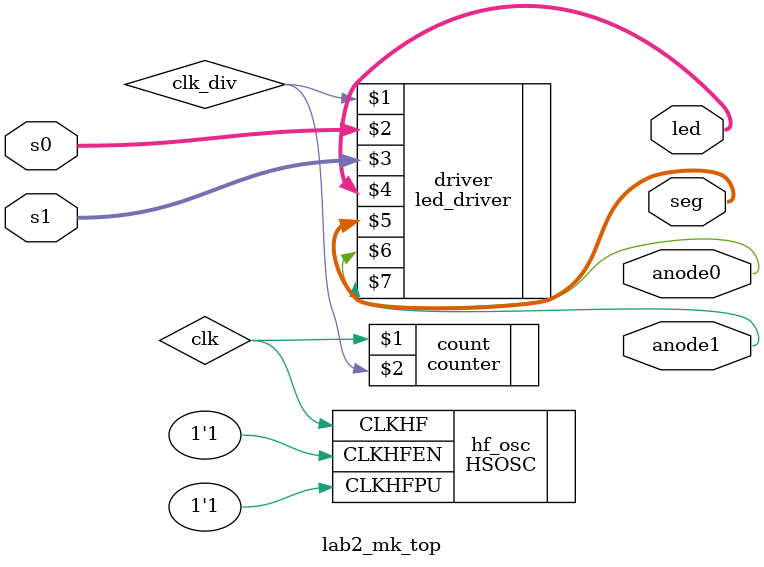
<source format=sv>
/*
lab1_top.sv

Drives give LEDs and two 7-segment displays based on inputs from
eight switches. 7-segment displays count up from 0-F in hex based
on the binary value encoded by the state of the switches: the first four
correspond to the first 7-segment display, and the second four switches to
the second 7-segment display. The five LEDs represent the sum of the values 
encoded by the two sets of four switches.

Madeleine Kan
mkan@hmc.edu
7 September, 2025
*/
`timescale 1ns/1ns
module lab2_mk_top(
	input logic [3:0] s0, s1,
	output logic [4:0] led,
	output logic [6:0] seg,
	output logic anode0, anode1
);
	logic clk, clk_div;

	// Internal high-speed oscillator
	HSOSC #(.CLKHF_DIV(2'b01)) // 24MHz from clk divider
	 hf_osc (.CLKHFPU(1'b1), .CLKHFEN(1'b1), .CLKHF(clk));
	
	// Counter, changes ~91Hz
	counter count(clk, clk_div);
	
	led_driver driver(clk_div, s0, s1, led, seg, anode0, anode1);
	
		
endmodule
</source>
